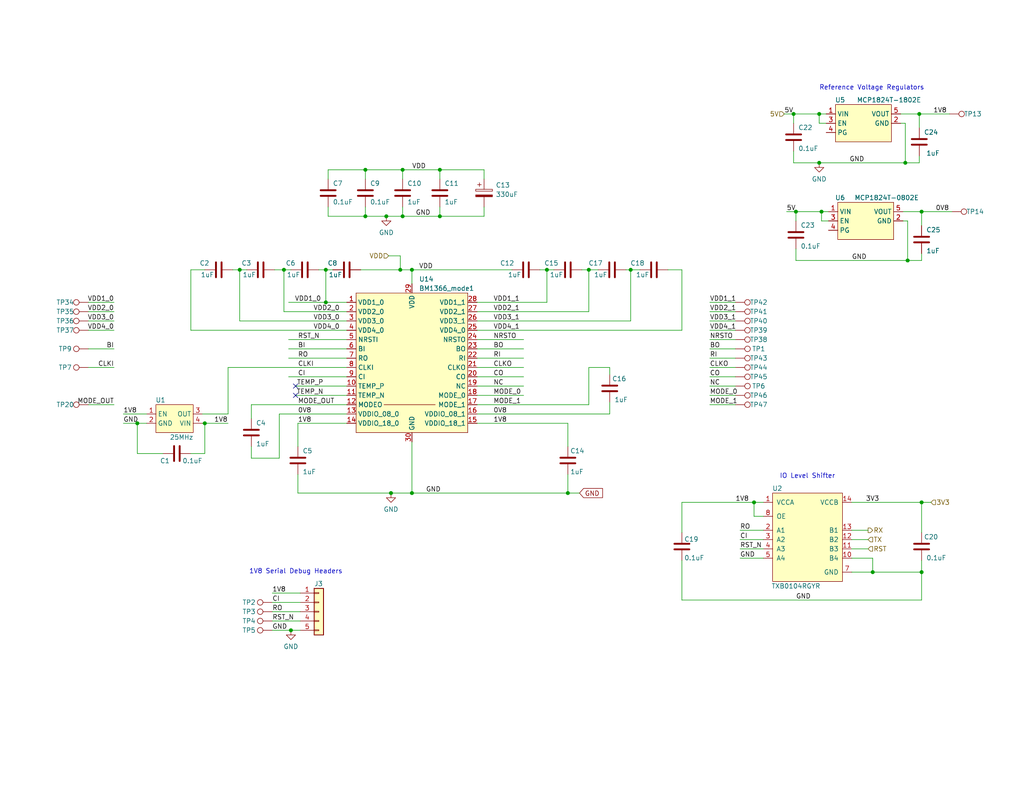
<source format=kicad_sch>
(kicad_sch (version 20230121) (generator eeschema)
  (paper "A")
  (title_block (title "le bitaxeUltra") (date "2023-07-10") (rev "0"))
  (lib_symbols
    (symbol "Connector:TestPoint" (pin_numbers hide) (pin_names (offset 0.762) hide)
      (property "Reference" "TP" (at 0 6.858 0))
      (property "Value" "TestPoint" (at 0 5.08 0))
      (symbol "TestPoint_0_1"
        (circle (center 0 3.302) (radius 0.762))
      )
      (symbol "TestPoint_1_1"
        (pin passive line (at 0 0 90) (length 2.54) (name "1") (number "1"))
      )
    )
    (symbol "Connector_Generic:Conn_01x05" (pin_names (offset 1.016) hide)
      (property "Reference" "J" (at 0 7.62 0))
      (property "Value" "Conn_01x05" (at 0 -7.62 0))
      (symbol "Conn_01x05_1_1"
        (rectangle (start -1.27 -4.953) (end 0 -5.207) (stroke (width 0.1524)))
        (rectangle (start -1.27 -2.413) (end 0 -2.667) (stroke (width 0.1524)))
        (rectangle (start -1.27 0.127) (end 0 -0.127) (stroke (width 0.1524)))
        (rectangle (start -1.27 2.667) (end 0 2.413) (stroke (width 0.1524)))
        (rectangle (start -1.27 5.207) (end 0 4.953) (stroke (width 0.1524)))
        (rectangle (start -1.27 6.35) (end 1.27 -6.35) (stroke (width 0.254)) (fill (type background)))
        (pin passive line (at -5.08 5.08 0) (length 3.81) (name "Pin_1") (number "1"))
        (pin passive line (at -5.08 2.54 0) (length 3.81) (name "Pin_2") (number "2"))
        (pin passive line (at -5.08 0 0) (length 3.81) (name "Pin_3") (number "3"))
        (pin passive line (at -5.08 -2.54 0) (length 3.81) (name "Pin_4") (number "4"))
        (pin passive line (at -5.08 -5.08 0) (length 3.81) (name "Pin_5") (number "5"))
      )
    )
    (symbol "Device:C" (pin_numbers hide) (pin_names (offset 0.254))
      (property "Reference" "C" (at 0.635 2.54 0))
      (property "Value" "C" (at 0.635 -2.54 0))
      (symbol "C_0_1"
        (polyline (pts (xy -2.032 -0.762) (xy 2.032 -0.762)) (stroke (width 0.508)))
        (polyline (pts (xy -2.032 0.762) (xy 2.032 0.762)) (stroke (width 0.508)))
      )
      (symbol "C_1_1"
        (pin passive line (at 0 3.81 270) (length 2.794) (name "~") (number "1"))
        (pin passive line (at 0 -3.81 90) (length 2.794) (name "~") (number "2"))
      )
    )
    (symbol "Device:C_Polarized" (pin_numbers hide) (pin_names (offset 0.254))
      (property "Reference" "C" (at 0.635 2.54 0))
      (property "Value" "C_Polarized" (at 0.635 -2.54 0))
      (symbol "C_Polarized_0_1"
        (rectangle (start -2.286 0.508) (end 2.286 1.016))
        (polyline (pts (xy -1.778 2.286) (xy -0.762 2.286)))
        (polyline (pts (xy -1.27 2.794) (xy -1.27 1.778)))
        (rectangle (start 2.286 -0.508) (end -2.286 -1.016) (fill (type outline)))
      )
      (symbol "C_Polarized_1_1"
        (pin passive line (at 0 3.81 270) (length 2.794) (name "~") (number "1"))
        (pin passive line (at 0 -3.81 90) (length 2.794) (name "~") (number "2"))
      )
    )
    (symbol "MCP1824_1"
      (property "Reference" "U" (at -7.62 5.08 0))
      (property "Value" "MCP1824_1" (at 5.08 5.08 0))
      (symbol "MCP1824_1_0_1"
        (rectangle (start -7.62 3.81) (end 7.62 -6.35) (stroke (width 0.1524)) (fill (type background)))
      )
      (symbol "MCP1824_1_1_0"
        (pin bidirectional line (at -10.16 1.27 0) (length 2.54) (name "VIN") (number "1"))
        (pin bidirectional line (at 10.16 -1.27 180) (length 2.54) (name "GND") (number "2"))
        (pin bidirectional line (at -10.16 -1.27 0) (length 2.54) (name "EN") (number "3"))
        (pin bidirectional line (at -10.16 -3.81 0) (length 2.54) (name "PG") (number "4"))
        (pin bidirectional line (at 10.16 1.27 180) (length 2.54) (name "VOUT") (number "5"))
      )
    )
    (symbol "bitaxe:BM1366_mode1"
      (property "Reference" "U14" (at 1.9559 24.13 0))
      (property "Value" "BM1366_mode1" (at 1.9559 21.59 0))
      (symbol "BM1366_mode1_0_1"
        (rectangle (start -15.24 20.32) (end 15.24 -17.78) (fill (type background)))
        (polyline (pts (xy -7.62 -10.16) (xy 6.35 -10.16)))
      )
      (symbol "BM1366_mode1_1_1"
        (pin input line (at -17.78 17.78 0) (length 2.54) (name "VDD1_0") (number "1"))
        (pin input line (at -17.78 -5.08 0) (length 2.54) (name "TEMP_P") (number "10"))
        (pin input line (at -17.78 -7.62 0) (length 2.54) (name "TEMP_N") (number "11"))
        (pin input line (at -17.78 -10.16 0) (length 2.54) (name "MODEO") (number "12"))
        (pin input line (at -17.78 -12.7 0) (length 2.54) (name "VDDIO_08_0") (number "13"))
        (pin input line (at -17.78 -15.24 0) (length 2.54) (name "VDDIO_18_0") (number "14"))
        (pin input line (at 17.78 -15.24 180) (length 2.54) (name "VDDIO_18_1") (number "15"))
        (pin input line (at 17.78 -12.7 180) (length 2.54) (name "VDDIO_08_1") (number "16"))
        (pin input line (at 17.78 -10.16 180) (length 2.54) (name "MODE_1") (number "17"))
        (pin input line (at 17.78 -7.62 180) (length 2.54) (name "MODE_0") (number "18"))
        (pin input line (at 17.78 -5.08 180) (length 2.54) (name "NC") (number "19"))
        (pin input line (at -17.78 15.24 0) (length 2.54) (name "VDD2_0") (number "2"))
        (pin input line (at 17.78 -2.54 180) (length 2.54) (name "CO") (number "20"))
        (pin input line (at 17.78 0 180) (length 2.54) (name "CLKO") (number "21"))
        (pin input line (at 17.78 2.54 180) (length 2.54) (name "RI") (number "22"))
        (pin input line (at 17.78 5.08 180) (length 2.54) (name "BO") (number "23"))
        (pin input line (at 17.78 7.62 180) (length 2.54) (name "NRSTO") (number "24"))
        (pin input line (at 17.78 10.16 180) (length 2.54) (name "VDD4_0") (number "25"))
        (pin input line (at 17.78 12.7 180) (length 2.54) (name "VDD3_1") (number "26"))
        (pin input line (at 17.78 15.24 180) (length 2.54) (name "VDD2_1") (number "27"))
        (pin input line (at 17.78 17.78 180) (length 2.54) (name "VDD1_1") (number "28"))
        (pin input line (at 0 22.86 270) (length 2.54) (name "VDD") (number "29"))
        (pin input line (at -17.78 12.7 0) (length 2.54) (name "VDD3_0") (number "3"))
        (pin input line (at 0 -20.32 90) (length 2.54) (name "GND") (number "30"))
        (pin input line (at -17.78 10.16 0) (length 2.54) (name "VDD4_0") (number "4"))
        (pin input line (at -17.78 7.62 0) (length 2.54) (name "NRSTI") (number "5"))
        (pin input line (at -17.78 5.08 0) (length 2.54) (name "BI") (number "6"))
        (pin input line (at -17.78 2.54 0) (length 2.54) (name "RO") (number "7"))
        (pin input line (at -17.78 0 0) (length 2.54) (name "CLKI") (number "8"))
        (pin input line (at -17.78 -2.54 0) (length 2.54) (name "CI") (number "9"))
      )
    )
    (symbol "bitaxe:MCP1824"
      (property "Reference" "U" (at -7.62 5.08 0))
      (property "Value" "MCP1824" (at 5.08 5.08 0))
      (symbol "MCP1824_0_1"
        (rectangle (start -7.62 3.81) (end 7.62 -6.35) (stroke (width 0.1524)) (fill (type background)))
      )
      (symbol "MCP1824_1_0"
        (pin bidirectional line (at -10.16 1.27 0) (length 2.54) (name "VIN") (number "1"))
        (pin bidirectional line (at 10.16 -1.27 180) (length 2.54) (name "GND") (number "2"))
        (pin bidirectional line (at -10.16 -1.27 0) (length 2.54) (name "EN") (number "3"))
        (pin bidirectional line (at -10.16 -3.81 0) (length 2.54) (name "PG") (number "4"))
        (pin bidirectional line (at 10.16 1.27 180) (length 2.54) (name "VOUT") (number "5"))
      )
    )
    (symbol "bitaxe:TXB0104RGYR" (pin_names (offset 1.016))
      (property "Reference" "U" (at -8.89 12.7 0))
      (property "Value" "TXB0104RGYR" (at -8.89 -11.43 0))
      (symbol "TXB0104RGYR_0_0"
        (rectangle (start -8.89 12.7) (end 10.16 -11.43) (stroke (width 0.1524)) (fill (type background)))
        (pin power_in line (at -11.43 10.16 0) (length 2.54) (name "VCCA") (number "1"))
        (pin bidirectional line (at 12.7 -5.08 180) (length 2.54) (name "B4") (number "10"))
        (pin bidirectional line (at 12.7 -2.54 180) (length 2.54) (name "B3") (number "11"))
        (pin bidirectional line (at 12.7 0 180) (length 2.54) (name "B2") (number "12"))
        (pin bidirectional line (at 12.7 2.54 180) (length 2.54) (name "B1") (number "13"))
        (pin power_in line (at 12.7 10.16 180) (length 2.54) (name "VCCB") (number "14"))
        (pin passive line (at 12.7 -8.89 180) (length 2.54) hide (name "GND") (number "15"))
        (pin passive line (at 12.7 -8.89 180) (length 2.54) hide (name "GND") (number "16"))
        (pin passive line (at 12.7 -8.89 180) (length 2.54) hide (name "GND") (number "17"))
        (pin passive line (at 12.7 -8.89 180) (length 2.54) hide (name "GND") (number "18"))
        (pin passive line (at 12.7 -8.89 180) (length 2.54) hide (name "GND") (number "19"))
        (pin bidirectional line (at -11.43 2.54 0) (length 2.54) (name "A1") (number "2"))
        (pin bidirectional line (at -11.43 0 0) (length 2.54) (name "A2") (number "3"))
        (pin bidirectional line (at -11.43 -2.54 0) (length 2.54) (name "A3") (number "4"))
        (pin bidirectional line (at -11.43 -5.08 0) (length 2.54) (name "A4") (number "5"))
        (pin power_in line (at 12.7 -8.89 180) (length 2.54) (name "GND") (number "7"))
        (pin input line (at -11.43 6.35 0) (length 2.54) (name "OE") (number "8"))
      )
    )
    (symbol "bitaxe:oscillator"
      (property "Reference" "U" (at -3.81 5.08 0))
      (property "Value" "oscillator" (at 0 -5.08 0))
      (symbol "oscillator_0_1"
        (rectangle (start -5.08 3.81) (end 5.08 -3.81) (stroke (width 0.1524)) (fill (type background)))
      )
      (symbol "oscillator_1_0"
        (pin bidirectional line (at -7.62 1.27 0) (length 2.54) (name "EN") (number "1"))
        (pin bidirectional line (at -7.62 -1.27 0) (length 2.54) (name "GND") (number "2"))
        (pin bidirectional line (at 7.62 1.27 180) (length 2.54) (name "OUT") (number "3"))
        (pin bidirectional line (at 7.62 -1.27 180) (length 2.54) (name "VIN") (number "4"))
      )
    )
    (symbol "power:GND" (power) (pin_names (offset 0))
      (property "Value" "GND" (at 0 -3.81 0))
      (symbol "GND_0_1"
        (polyline (pts (xy 0 0) (xy 0 -1.27) (xy 1.27 -1.27) (xy 0 -2.54) (xy -1.27 -1.27) (xy 0 -1.27)))
      )
      (symbol "GND_1_1"
        (pin power_in line (at 0 0 270) (length 0) hide (name "GND") (number "1"))
      )
    )
  )
  (junction (at 120.015 46.355))
  (junction (at 112.395 134.62))
  (junction (at 149.225 73.66))
  (junction (at 223.52 44.45))
  (junction (at 160.655 73.66))
  (junction (at 216.535 31.115) (diameter 0.9144))
  (junction (at 224.155 57.785))
  (junction (at 251.46 156.21))
  (junction (at 79.375 172.085))
  (junction (at 105.41 59.055))
  (junction (at 65.405 73.66))
  (junction (at 106.68 134.62))
  (junction (at 247.65 71.12) (diameter 0.9144))
  (junction (at 88.9 82.55))
  (junction (at 37.465 115.57))
  (junction (at 250.825 31.115) (diameter 0.9144))
  (junction (at 217.17 57.785) (diameter 0.9144))
  (junction (at 247.015 44.45) (diameter 0.9144))
  (junction (at 223.52 31.115))
  (junction (at 109.22 73.66))
  (junction (at 99.695 46.355) (diameter 0.9144))
  (junction (at 112.395 73.66))
  (junction (at 99.695 59.055) (diameter 0.9144))
  (junction (at 77.47 73.66))
  (junction (at 120.015 59.055))
  (junction (at 109.855 46.355) (diameter 0.9144))
  (junction (at 109.855 59.055) (diameter 0.9144))
  (junction (at 88.9 73.66))
  (junction (at 205.74 137.16))
  (junction (at 238.125 156.21))
  (junction (at 55.88 115.57))
  (junction (at 154.94 134.62))
  (junction (at 172.085 73.66))
  (junction (at 251.46 137.16))
  (junction (at 251.46 57.785) (diameter 0.9144))
  (no_connect (at 80.645 107.95))
  (no_connect (at 80.645 105.41))
  (wire (pts (xy 33.655 113.03) (xy 40.005 113.03)))
  (wire (pts (xy 132.08 48.895) (xy 132.08 46.355)))
  (wire (pts (xy 55.245 115.57) (xy 55.88 115.57)))
  (wire (pts (xy 24.13 85.09) (xy 31.115 85.09)))
  (wire (pts (xy 74.295 161.925) (xy 81.915 161.925)))
  (wire (pts (xy 24.13 87.63) (xy 31.115 87.63)))
  (wire (pts (xy 172.085 87.63) (xy 172.085 73.66)))
  (wire (pts (xy 74.295 172.085) (xy 79.375 172.085)))
  (wire (pts (xy 186.055 90.17) (xy 186.055 73.66)))
  (wire (pts (xy 160.655 85.09) (xy 160.655 73.66)))
  (wire (pts (xy 78.74 102.87) (xy 94.615 102.87)))
  (wire (pts (xy 193.675 100.33) (xy 200.66 100.33)))
  (wire (pts (xy 37.465 115.57) (xy 40.005 115.57)))
  (wire (pts (xy 80.645 105.41) (xy 94.615 105.41)))
  (wire (pts (xy 186.055 137.16) (xy 205.74 137.16)))
  (wire (pts (xy 238.125 152.4) (xy 238.125 156.21)))
  (wire (pts (xy 232.41 149.86) (xy 236.855 149.86)))
  (wire (pts (xy 105.41 59.055) (xy 99.695 59.055)))
  (wire (pts (xy 112.395 120.65) (xy 112.395 134.62)))
  (wire (pts (xy 78.74 95.25) (xy 94.615 95.25)))
  (wire (pts (xy 109.22 73.66) (xy 112.395 73.66)))
  (wire (pts (xy 112.395 134.62) (xy 154.94 134.62)))
  (wire (pts (xy 250.825 42.545) (xy 250.825 44.45)))
  (wire (pts (xy 247.015 33.655) (xy 245.745 33.655)))
  (wire (pts (xy 217.17 57.785) (xy 224.155 57.785)))
  (wire (pts (xy 193.675 105.41) (xy 200.66 105.41)))
  (wire (pts (xy 55.88 115.57) (xy 62.23 115.57)))
  (wire (pts (xy 193.675 85.09) (xy 200.66 85.09)))
  (wire (pts (xy 201.93 149.86) (xy 208.28 149.86)))
  (wire (pts (xy 33.655 115.57) (xy 37.465 115.57)))
  (wire (pts (xy 193.675 92.71) (xy 200.66 92.71)))
  (wire (pts (xy 130.175 92.71) (xy 142.875 92.71)))
  (wire (pts (xy 251.46 156.21) (xy 251.46 163.83)))
  (wire (pts (xy 130.175 82.55) (xy 149.225 82.55)))
  (wire (pts (xy 247.65 60.325) (xy 246.38 60.325)))
  (wire (pts (xy 55.88 123.825) (xy 55.88 115.57)))
  (wire (pts (xy 99.695 48.895) (xy 99.695 46.355)))
  (wire (pts (xy 250.825 44.45) (xy 247.015 44.45)))
  (wire (pts (xy 109.855 56.515) (xy 109.855 59.055)))
  (wire (pts (xy 79.375 172.085) (xy 81.915 172.085)))
  (wire (pts (xy 217.17 67.945) (xy 217.17 71.12)))
  (wire (pts (xy 130.175 110.49) (xy 160.655 110.49)))
  (wire (pts (xy 208.28 140.97) (xy 205.74 140.97)))
  (wire (pts (xy 81.28 115.57) (xy 94.615 115.57)))
  (wire (pts (xy 52.07 123.825) (xy 55.88 123.825)))
  (wire (pts (xy 232.41 152.4) (xy 238.125 152.4)))
  (wire (pts (xy 217.17 57.785) (xy 217.17 60.325)))
  (wire (pts (xy 193.675 110.49) (xy 200.66 110.49)))
  (wire (pts (xy 247.65 71.12) (xy 217.17 71.12)))
  (wire (pts (xy 147.32 73.66) (xy 149.225 73.66)))
  (wire (pts (xy 251.46 69.215) (xy 251.46 71.12)))
  (wire (pts (xy 201.93 144.78) (xy 208.28 144.78)))
  (wire (pts (xy 76.2 125.095) (xy 68.58 125.095)))
  (wire (pts (xy 109.855 48.895) (xy 109.855 46.355)))
  (wire (pts (xy 78.74 82.55) (xy 88.9 82.55)))
  (wire (pts (xy 251.46 57.785) (xy 259.715 57.785)))
  (wire (pts (xy 86.995 73.66) (xy 88.9 73.66)))
  (wire (pts (xy 193.675 95.25) (xy 200.66 95.25)))
  (wire (pts (xy 158.75 73.66) (xy 160.655 73.66)))
  (wire (pts (xy 251.46 71.12) (xy 247.65 71.12)))
  (wire (pts (xy 109.22 69.85) (xy 109.22 73.66)))
  (wire (pts (xy 166.37 109.855) (xy 166.37 113.03)))
  (wire (pts (xy 224.155 60.325) (xy 224.155 57.785)))
  (wire (pts (xy 216.535 41.275) (xy 216.535 44.45)))
  (wire (pts (xy 77.47 73.66) (xy 79.375 73.66)))
  (wire (pts (xy 166.37 102.235) (xy 166.37 100.33)))
  (wire (pts (xy 223.52 31.115) (xy 225.425 31.115)))
  (wire (pts (xy 65.405 87.63) (xy 65.405 73.66)))
  (wire (pts (xy 247.65 60.325) (xy 247.65 71.12)))
  (wire (pts (xy 120.015 59.055) (xy 109.855 59.055)))
  (wire (pts (xy 74.93 73.66) (xy 77.47 73.66)))
  (wire (pts (xy 76.2 113.03) (xy 76.2 125.095)))
  (wire (pts (xy 251.46 137.16) (xy 254 137.16)))
  (wire (pts (xy 251.46 137.16) (xy 251.46 145.415)))
  (wire (pts (xy 52.07 73.66) (xy 55.88 73.66)))
  (wire (pts (xy 149.225 73.66) (xy 151.13 73.66)))
  (wire (pts (xy 193.675 97.79) (xy 200.66 97.79)))
  (wire (pts (xy 232.41 147.32) (xy 236.855 147.32)))
  (wire (pts (xy 130.175 87.63) (xy 172.085 87.63)))
  (wire (pts (xy 223.52 33.655) (xy 225.425 33.655)))
  (wire (pts (xy 24.13 95.25) (xy 31.115 95.25)))
  (wire (pts (xy 232.41 156.21) (xy 238.125 156.21)))
  (wire (pts (xy 130.175 90.17) (xy 186.055 90.17)))
  (wire (pts (xy 24.13 82.55) (xy 31.115 82.55)))
  (wire (pts (xy 99.695 59.055) (xy 89.535 59.055)))
  (wire (pts (xy 139.7 73.66) (xy 112.395 73.66)))
  (wire (pts (xy 65.405 73.66) (xy 67.31 73.66)))
  (wire (pts (xy 224.155 57.785) (xy 226.06 57.785)))
  (wire (pts (xy 193.675 90.17) (xy 200.66 90.17)))
  (wire (pts (xy 98.425 73.66) (xy 109.22 73.66)))
  (wire (pts (xy 88.9 82.55) (xy 94.615 82.55)))
  (wire (pts (xy 76.2 113.03) (xy 94.615 113.03)))
  (wire (pts (xy 24.13 90.17) (xy 31.115 90.17)))
  (wire (pts (xy 89.535 56.515) (xy 89.535 59.055)))
  (wire (pts (xy 247.015 33.655) (xy 247.015 44.45)))
  (wire (pts (xy 109.855 59.055) (xy 105.41 59.055)))
  (wire (pts (xy 170.815 73.66) (xy 172.085 73.66)))
  (wire (pts (xy 109.855 46.355) (xy 120.015 46.355)))
  (wire (pts (xy 130.175 95.25) (xy 142.875 95.25)))
  (wire (pts (xy 63.5 73.66) (xy 65.405 73.66)))
  (wire (pts (xy 232.41 144.78) (xy 236.855 144.78)))
  (wire (pts (xy 246.38 57.785) (xy 251.46 57.785)))
  (wire (pts (xy 130.175 100.33) (xy 142.875 100.33)))
  (wire (pts (xy 120.015 48.895) (xy 120.015 46.355)))
  (wire (pts (xy 106.045 69.85) (xy 109.22 69.85)))
  (wire (pts (xy 77.47 85.09) (xy 77.47 73.66)))
  (wire (pts (xy 78.74 92.71) (xy 94.615 92.71)))
  (wire (pts (xy 166.37 100.33) (xy 160.655 100.33)))
  (wire (pts (xy 238.125 156.21) (xy 251.46 156.21)))
  (wire (pts (xy 216.535 31.115) (xy 223.52 31.115)))
  (wire (pts (xy 213.995 31.115) (xy 216.535 31.115)))
  (wire (pts (xy 216.535 31.115) (xy 216.535 33.655)))
  (wire (pts (xy 154.94 129.54) (xy 154.94 134.62)))
  (wire (pts (xy 224.155 60.325) (xy 226.06 60.325)))
  (wire (pts (xy 81.28 129.54) (xy 81.28 134.62)))
  (wire (pts (xy 68.58 125.095) (xy 68.58 121.92)))
  (wire (pts (xy 24.13 100.33) (xy 31.115 100.33)))
  (wire (pts (xy 214.63 57.785) (xy 217.17 57.785)))
  (wire (pts (xy 130.175 113.03) (xy 166.37 113.03)))
  (wire (pts (xy 193.675 87.63) (xy 200.66 87.63)))
  (wire (pts (xy 55.245 113.03) (xy 62.23 113.03)))
  (wire (pts (xy 245.745 31.115) (xy 250.825 31.115)))
  (wire (pts (xy 149.225 82.55) (xy 149.225 73.66)))
  (wire (pts (xy 130.175 115.57) (xy 154.94 115.57)))
  (wire (pts (xy 251.46 153.035) (xy 251.46 156.21)))
  (wire (pts (xy 99.695 56.515) (xy 99.695 59.055)))
  (wire (pts (xy 130.175 85.09) (xy 160.655 85.09)))
  (wire (pts (xy 80.645 107.95) (xy 94.615 107.95)))
  (wire (pts (xy 201.93 152.4) (xy 208.28 152.4)))
  (wire (pts (xy 186.055 153.035) (xy 186.055 163.83)))
  (wire (pts (xy 193.675 107.95) (xy 200.66 107.95)))
  (wire (pts (xy 160.655 73.66) (xy 163.195 73.66)))
  (wire (pts (xy 112.395 73.66) (xy 112.395 77.47)))
  (wire (pts (xy 186.055 73.66) (xy 182.245 73.66)))
  (wire (pts (xy 65.405 87.63) (xy 94.615 87.63)))
  (wire (pts (xy 62.23 100.33) (xy 94.615 100.33)))
  (wire (pts (xy 154.94 115.57) (xy 154.94 121.92)))
  (wire (pts (xy 78.74 97.79) (xy 94.615 97.79)))
  (wire (pts (xy 130.175 105.41) (xy 142.875 105.41)))
  (wire (pts (xy 89.535 46.355) (xy 99.695 46.355)))
  (wire (pts (xy 250.825 31.115) (xy 250.825 34.925)))
  (wire (pts (xy 81.28 115.57) (xy 81.28 121.92)))
  (wire (pts (xy 223.52 44.45) (xy 216.535 44.45)))
  (wire (pts (xy 130.175 97.79) (xy 142.875 97.79)))
  (wire (pts (xy 130.175 107.95) (xy 142.875 107.95)))
  (wire (pts (xy 77.47 85.09) (xy 94.615 85.09)))
  (wire (pts (xy 68.58 110.49) (xy 68.58 114.3)))
  (wire (pts (xy 172.085 73.66) (xy 174.625 73.66)))
  (wire (pts (xy 251.46 57.785) (xy 251.46 61.595)))
  (wire (pts (xy 120.015 46.355) (xy 132.08 46.355)))
  (wire (pts (xy 250.825 31.115) (xy 259.08 31.115)))
  (wire (pts (xy 186.055 145.415) (xy 186.055 137.16)))
  (wire (pts (xy 74.295 167.005) (xy 81.915 167.005)))
  (wire (pts (xy 223.52 33.655) (xy 223.52 31.115)))
  (wire (pts (xy 99.695 46.355) (xy 109.855 46.355)))
  (wire (pts (xy 154.94 134.62) (xy 158.115 134.62)))
  (wire (pts (xy 232.41 137.16) (xy 251.46 137.16)))
  (wire (pts (xy 132.08 56.515) (xy 132.08 59.055)))
  (wire (pts (xy 44.45 123.825) (xy 37.465 123.825)))
  (wire (pts (xy 24.13 110.49) (xy 31.115 110.49)))
  (wire (pts (xy 193.675 102.87) (xy 200.66 102.87)))
  (wire (pts (xy 120.015 56.515) (xy 120.015 59.055)))
  (wire (pts (xy 89.535 48.895) (xy 89.535 46.355)))
  (wire (pts (xy 88.9 73.66) (xy 90.805 73.66)))
  (wire (pts (xy 94.615 90.17) (xy 52.07 90.17)))
  (wire (pts (xy 205.74 140.97) (xy 205.74 137.16)))
  (wire (pts (xy 94.615 110.49) (xy 68.58 110.49)))
  (wire (pts (xy 81.28 134.62) (xy 106.68 134.62)))
  (wire (pts (xy 193.675 82.55) (xy 200.66 82.55)))
  (wire (pts (xy 74.295 164.465) (xy 81.915 164.465)))
  (wire (pts (xy 88.9 73.66) (xy 88.9 82.55)))
  (wire (pts (xy 205.74 137.16) (xy 208.28 137.16)))
  (wire (pts (xy 74.295 169.545) (xy 81.915 169.545)))
  (wire (pts (xy 201.93 147.32) (xy 208.28 147.32)))
  (wire (pts (xy 186.055 163.83) (xy 251.46 163.83)))
  (wire (pts (xy 37.465 123.825) (xy 37.465 115.57)))
  (wire (pts (xy 120.015 59.055) (xy 132.08 59.055)))
  (wire (pts (xy 130.175 102.87) (xy 142.875 102.87)))
  (wire (pts (xy 62.23 100.33) (xy 62.23 113.03)))
  (wire (pts (xy 52.07 90.17) (xy 52.07 73.66)))
  (wire (pts (xy 106.68 134.62) (xy 112.395 134.62)))
  (wire (pts (xy 160.655 100.33) (xy 160.655 110.49)))
  (wire (pts (xy 247.015 44.45) (xy 223.52 44.45)))
  (text "1V8 Serial Debug Headers" (at 67.945 156.845 0) (effects (font (size 1.27 1.27)) (justify left bottom)))
  (text "Reference Voltage Regulators" (at 223.52 24.765 0) (effects (font (size 1.27 1.27)) (justify left bottom)))
  (text "IO Level Shifter" (at 212.725 130.81 0) (effects (font (size 1.27 1.27)) (justify left bottom)))
  (label "VDD1_0" (at 87.63 82.55 180))
  (label "GND" (at 231.775 44.45 0))
  (label "NRSTO" (at 134.62 92.71 0))
  (label "BO" (at 134.62 95.25 0))
  (label "NC" (at 134.62 105.41 0))
  (label "GND" (at 74.295 172.085 0))
  (label "VDD1_1" (at 193.675 82.55 0))
  (label "CLKO" (at 193.675 100.33 0))
  (label "1V8" (at 254.635 31.115 0))
  (label "CO" (at 193.675 102.87 0))
  (label "VDD2_1" (at 134.62 85.09 0))
  (label "TEMP_P" (at 88.265 105.41 180))
  (label "VDD4_0" (at 92.71 90.17 180))
  (label "VDD2_1" (at 193.675 85.09 0))
  (label "RI" (at 193.675 97.79 0))
  (label "CI" (at 74.295 164.465 0))
  (label "GND" (at 116.205 134.62 0))
  (label "0V8" (at 134.62 113.03 0))
  (label "1V8" (at 134.62 115.57 0))
  (label "5V" (at 214.63 57.785 0))
  (label "RO" (at 201.93 144.78 0))
  (label "1V8" (at 33.655 113.03 0))
  (label "MODE_OUT" (at 81.28 110.49 0))
  (label "MODE_OUT" (at 31.115 110.49 180))
  (label "VDD" (at 114.3 73.66 0))
  (label "RST_N" (at 74.295 169.545 0))
  (label "0V8" (at 255.27 57.785 0))
  (label "BI" (at 31.115 95.25 180))
  (label "VDD3_1" (at 193.675 87.63 0))
  (label "CLKO" (at 134.62 100.33 0))
  (label "GND" (at 33.655 115.57 0))
  (label "RO" (at 74.295 167.005 0))
  (label "VDD4_1" (at 193.675 90.17 0))
  (label "MODE_0" (at 134.62 107.95 0))
  (label "VDD3_0" (at 92.71 87.63 180))
  (label "5V" (at 213.995 31.115 0))
  (label "VDD" (at 112.395 46.355 0))
  (label "RO" (at 81.28 97.79 0))
  (label "VDD1_1" (at 134.62 82.55 0))
  (label "BO" (at 193.675 95.25 0))
  (label "1V8" (at 200.66 137.16 0))
  (label "CLKI" (at 81.28 100.33 0))
  (label "CO" (at 134.62 102.87 0))
  (label "RST_N" (at 81.28 92.71 0))
  (label "VDD3_0" (at 31.115 87.63 180))
  (label "1V8" (at 81.28 115.57 0))
  (label "GND" (at 232.41 71.12 0))
  (label "GND" (at 201.93 152.4 0))
  (label "CLKI" (at 31.115 100.33 180))
  (label "NRSTO" (at 193.675 92.71 0))
  (label "RI" (at 134.62 97.79 0))
  (label "VDD1_0" (at 31.115 82.55 180))
  (label "MODE_0" (at 193.675 107.95 0))
  (label "VDD2_0" (at 92.71 85.09 180))
  (label "VDD4_0" (at 31.115 90.17 180))
  (label "BI" (at 81.28 95.25 0))
  (label "GND" (at 217.17 163.83 0))
  (label "VDD2_0" (at 31.115 85.09 180))
  (label "CI" (at 201.93 147.32 0))
  (label "CI" (at 81.28 102.87 0))
  (label "MODE_1" (at 193.675 110.49 0))
  (label "VDD4_1" (at 134.62 90.17 0))
  (label "MODE_1" (at 134.62 110.49 0))
  (label "VDD3_1" (at 134.62 87.63 0))
  (label "1V8" (at 58.42 115.57 0))
  (label "0V8" (at 81.28 113.03 0))
  (label "GND" (at 117.475 59.055 180))
  (label "NC" (at 193.675 105.41 0))
  (label "1V8" (at 74.295 161.925 0))
  (label "TEMP_N" (at 88.265 107.95 180))
  (label "RST_N" (at 201.93 149.86 0))
  (label "3V3" (at 236.22 137.16 0))
  (global_label "GND" (shape input) (at 158.115 134.62 0) (property "Intersheetrefs" "${INTERSHEET_REFS}" (effects hide)))
  (hierarchical_label "RST" (shape input) (at 236.855 149.86 0))
  (hierarchical_label "5V" (shape input) (at 213.995 31.115 180))
  (hierarchical_label "3V3" (shape input) (at 254 137.16 0))
  (hierarchical_label "TX" (shape input) (at 236.855 147.32 0))
  (hierarchical_label "VDD" (shape input) (at 106.045 69.85 180))
  (hierarchical_label "RX" (shape output) (at 236.855 144.78 0))
  (symbol (lib_id "Connector:TestPoint") (at 24.13 87.63 90) (unit 1) (in_bom no)
    (property "Reference" "TP36" (at 17.78 87.63 90))
    (property "Value" "TestPoint" (effects hide))
    (property "Footprint" "TestPoint:TestPoint_Pad_D1.5mm" (effects hide))
  )
  (symbol (lib_id "Device:C") (at 250.825 38.735 0) (unit 1)
    (property "Reference" "C24" (at 252.095 36.83 0) (effects (justify left bottom)))
    (property "Value" "1uF" (at 252.73 42.545 0) (effects (justify left bottom)))
    (property "Footprint" "Capacitor_SMD:C_0402_1005Metric" (effects hide))
    (property "DK" "587-5514-1-ND" (effects hide))
    (property "PARTNO" "EMK105BJ105MV-F" (effects hide))
  )
  (symbol (lib_id "Device:C") (at 216.535 37.465 0) (unit 1)
    (property "Reference" "C22" (at 217.805 35.56 0) (effects (justify left bottom)))
    (property "Value" "0.1uF" (at 217.805 41.275 0) (effects (justify left bottom)))
    (property "Footprint" "Capacitor_SMD:C_0402_1005Metric" (effects hide))
    (property "DK" "1292-1639-1-ND" (effects hide))
    (property "PARTNO" "0402X104K100CT" (effects hide))
  )
  (symbol (lib_id "Connector:TestPoint") (at 74.295 169.545 90) (mirror x) (unit 1) (in_bom no)
    (property "Reference" "TP4" (at 67.945 169.545 90))
    (property "Value" "TestPoint" (effects hide))
    (property "Footprint" "TestPoint:TestPoint_Pad_D1.5mm" (effects hide))
  )
  (symbol (lib_id "Device:C") (at 89.535 52.705 0) (unit 1)
    (property "Reference" "C7" (at 90.805 50.8 0) (effects (justify left bottom)))
    (property "Value" "0.1uF" (at 90.805 55.88 0) (effects (justify left bottom)))
    (property "Footprint" "Capacitor_SMD:C_0402_1005Metric" (effects hide))
    (property "DK" "1292-1639-1-ND" (effects hide))
    (property "PARTNO" "0402X104K100CT" (effects hide))
  )
  (symbol (lib_id "Connector:TestPoint") (at 200.66 102.87 270) (unit 1) (in_bom no)
    (property "Reference" "TP45" (at 207.01 102.87 90))
    (property "Value" "TestPoint" (effects hide))
    (property "Footprint" "TestPoint:TestPoint_Pad_D1.5mm" (effects hide))
  )
  (symbol (lib_id "Device:C") (at 178.435 73.66 90) (unit 1)
    (property "Reference" "C18" (at 175.895 71.12 90) (effects (justify left bottom)))
    (property "Value" "1uF" (at 177.165 74.295 90) (effects (justify left bottom)))
    (property "Footprint" "Capacitor_SMD:C_0402_1005Metric" (effects hide))
    (property "DK" "587-5514-1-ND" (effects hide))
    (property "PARTNO" "EMK105BJ105MV-F" (effects hide))
  )
  (symbol (lib_id "power:GND") (at 106.68 134.62 0) (mirror y) (unit 1)
    (property "Reference" "#PWR02" (effects hide))
    (property "Value" "GND" (at 106.68 139.065 0))
  )
  (symbol (lib_id "Connector:TestPoint") (at 24.13 85.09 90) (unit 1) (in_bom no)
    (property "Reference" "TP35" (at 17.78 85.09 90))
    (property "Value" "TestPoint" (effects hide))
    (property "Footprint" "TestPoint:TestPoint_Pad_D1.5mm" (effects hide))
  )
  (symbol (lib_id "Connector:TestPoint") (at 24.13 95.25 90) (unit 1) (in_bom no)
    (property "Reference" "TP9" (at 17.78 95.25 90))
    (property "Value" "TestPoint" (effects hide))
    (property "Footprint" "TestPoint:TestPoint_Pad_D1.5mm" (effects hide))
  )
  (symbol (lib_id "Device:C") (at 167.005 73.66 90) (unit 1)
    (property "Reference" "C17" (at 164.465 71.12 90) (effects (justify left bottom)))
    (property "Value" "1uF" (at 165.735 74.295 90) (effects (justify left bottom)))
    (property "Footprint" "Capacitor_SMD:C_0402_1005Metric" (effects hide))
    (property "DK" "587-5514-1-ND" (effects hide))
    (property "PARTNO" "EMK105BJ105MV-F" (effects hide))
  )
  (symbol (lib_id "Connector:TestPoint") (at 24.13 90.17 90) (unit 1) (in_bom no)
    (property "Reference" "TP37" (at 17.78 90.17 90))
    (property "Value" "TestPoint" (effects hide))
    (property "Footprint" "TestPoint:TestPoint_Pad_D1.5mm" (effects hide))
  )
  (symbol (lib_id "Connector:TestPoint") (at 24.13 110.49 90) (unit 1) (in_bom no)
    (property "Reference" "TP20" (at 17.78 110.49 90))
    (property "Value" "TestPoint" (effects hide))
    (property "Footprint" "TestPoint:TestPoint_Pad_D1.5mm" (effects hide))
  )
  (symbol (lib_id "Connector:TestPoint") (at 74.295 167.005 90) (unit 1) (in_bom no)
    (property "Reference" "TP3" (at 67.945 167.005 90))
    (property "Value" "TestPoint" (effects hide))
    (property "Footprint" "TestPoint:TestPoint_Pad_D1.5mm" (effects hide))
  )
  (symbol (lib_id "Connector_Generic:Conn_01x05") (at 86.995 167.005 0) (unit 1)
    (property "Reference" "J3" (at 85.725 159.385 0) (effects (justify left)))
    (property "Value" "Conn_01x05" (effects hide))
    (property "Footprint" "Connector_PinHeader_2.54mm:PinHeader_1x05_P2.54mm_Vertical" (effects hide))
  )
  (symbol (lib_id "Connector:TestPoint") (at 200.66 87.63 270) (unit 1) (in_bom no)
    (property "Reference" "TP40" (at 207.01 87.63 90))
    (property "Value" "TestPoint" (effects hide))
    (property "Footprint" "TestPoint:TestPoint_Pad_D1.5mm" (effects hide))
  )
  (symbol (lib_id "Device:C") (at 251.46 149.225 0) (unit 1)
    (property "Reference" "C20" (at 252.095 147.32 0) (effects (justify left bottom)))
    (property "Value" "0.1uF" (at 252.73 153.035 0) (effects (justify left bottom)))
    (property "Footprint" "Capacitor_SMD:C_0402_1005Metric" (effects hide))
    (property "DK" "1292-1639-1-ND" (effects hide))
    (property "PARTNO" "0402X104K100CT" (effects hide))
  )
  (symbol (lib_id "bitaxe:oscillator") (at 47.625 114.3 0) (unit 1)
    (property "Reference" "U1" (at 43.815 109.22 0))
    (property "Value" "25MHz" (at 49.53 119.38 0))
    (property "Footprint" "bitaxe:O 25,0-JO32-B-1V3-1-T1-LF" (effects hide))
    (property "Datasheet" "https://www.jauch.com/downloadfile/5ef1edcfb8e2f73163c8ce8009ef659d1/jo32-1.8-3.3v.pdf" (effects hide))
    (property "DK" "1908-O250-JO32-B-1V3-1-T1-LFCT-ND" (effects hide))
    (property "PARTNO" "O 25,0-JO32-B-1V3-1-T1-LF" (effects hide))
  )
  (symbol (lib_id "Device:C") (at 99.695 52.705 0) (unit 1)
    (property "Reference" "C9" (at 100.965 50.8 0) (effects (justify left bottom)))
    (property "Value" "0.1uF" (at 100.965 55.88 0) (effects (justify left bottom)))
    (property "Footprint" "Capacitor_SMD:C_0402_1005Metric" (effects hide))
    (property "DK" "1292-1639-1-ND" (effects hide))
    (property "PARTNO" "0402X104K100CT" (effects hide))
  )
  (symbol (lib_id "Connector:TestPoint") (at 200.66 110.49 270) (unit 1) (in_bom no)
    (property "Reference" "TP47" (at 207.01 110.49 90))
    (property "Value" "TestPoint" (effects hide))
    (property "Footprint" "TestPoint:TestPoint_Pad_D1.5mm" (effects hide))
  )
  (symbol (lib_id "Device:C") (at 186.055 149.225 0) (unit 1)
    (property "Reference" "C19" (at 186.69 147.955 0) (effects (justify left bottom)))
    (property "Value" "0.1uF" (at 186.69 153.035 0) (effects (justify left bottom)))
    (property "Footprint" "Capacitor_SMD:C_0402_1005Metric" (effects hide))
    (property "DK" "1292-1639-1-ND" (effects hide))
    (property "PARTNO" "0402X104K100CT" (effects hide))
  )
  (symbol (lib_id "Device:C_Polarized") (at 132.08 52.705 0) (unit 1)
    (property "Reference" "C13" (at 135.255 50.5459 0) (effects (justify left)))
    (property "Value" "330uF" (at 135.255 53.0859 0) (effects (justify left)))
    (property "Footprint" "Capacitor_Tantalum_SMD:CP_EIA-7343-31_Kemet-D_Pad2.25x2.55mm_HandSolder" (effects hide))
    (property "DK" "718-1028-1-ND" (effects hide))
    (property "PARTNO" "293D337X9010E2TE3" (effects hide))
  )
  (symbol (lib_id "Connector:TestPoint") (at 200.66 82.55 270) (unit 1) (in_bom no)
    (property "Reference" "TP42" (at 207.01 82.55 90))
    (property "Value" "TestPoint" (effects hide))
    (property "Footprint" "TestPoint:TestPoint_Pad_D1.5mm" (effects hide))
  )
  (symbol (lib_id "Connector:TestPoint") (at 200.66 97.79 270) (unit 1) (in_bom no)
    (property "Reference" "TP43" (at 207.01 97.79 90))
    (property "Value" "TestPoint" (effects hide))
    (property "Footprint" "TestPoint:TestPoint_Pad_D1.5mm" (effects hide))
  )
  (symbol (lib_id "Connector:TestPoint") (at 24.13 82.55 90) (unit 1) (in_bom no)
    (property "Reference" "TP34" (at 17.78 82.55 90))
    (property "Value" "TestPoint" (effects hide))
    (property "Footprint" "TestPoint:TestPoint_Pad_D1.5mm" (effects hide))
  )
  (symbol (lib_id "Device:C") (at 48.26 123.825 90) (unit 1)
    (property "Reference" "C1" (at 46.355 125.095 90) (effects (justify left bottom)))
    (property "Value" "0.1uF" (at 55.245 125.095 90) (effects (justify left bottom)))
    (property "Footprint" "Capacitor_SMD:C_0402_1005Metric" (effects hide))
    (property "DK" "1292-1639-1-ND" (effects hide))
    (property "PARTNO" "0402X104K100CT" (effects hide))
  )
  (symbol (lib_id "Connector:TestPoint") (at 259.715 57.785 270) (mirror x) (unit 1) (in_bom no)
    (property "Reference" "TP14" (at 266.065 57.785 90))
    (property "Value" "TestPoint" (effects hide))
    (property "Footprint" "TestPoint:TestPoint_Pad_D1.5mm" (effects hide))
  )
  (symbol (lib_id "Connector:TestPoint") (at 200.66 90.17 270) (unit 1) (in_bom no)
    (property "Reference" "TP39" (at 207.01 90.17 90))
    (property "Value" "TestPoint" (effects hide))
    (property "Footprint" "TestPoint:TestPoint_Pad_D1.5mm" (effects hide))
  )
  (symbol (lib_id "Connector:TestPoint") (at 200.66 92.71 270) (unit 1) (in_bom no)
    (property "Reference" "TP38" (at 207.01 92.71 90))
    (property "Value" "TestPoint" (effects hide))
    (property "Footprint" "TestPoint:TestPoint_Pad_D1.5mm" (effects hide))
  )
  (symbol (lib_id "Device:C") (at 143.51 73.66 90) (unit 1)
    (property "Reference" "C12" (at 140.335 71.12 90) (effects (justify left bottom)))
    (property "Value" "1uF" (at 142.24 74.295 90) (effects (justify left bottom)))
    (property "Footprint" "Capacitor_SMD:C_0402_1005Metric" (effects hide))
    (property "DK" "587-5514-1-ND" (effects hide))
    (property "PARTNO" "EMK105BJ105MV-F" (effects hide))
  )
  (symbol (lib_id "Device:C") (at 109.855 52.705 0) (unit 1)
    (property "Reference" "C10" (at 111.125 50.8 0) (effects (justify left bottom)))
    (property "Value" "1uF" (at 111.125 55.88 0) (effects (justify left bottom)))
    (property "Footprint" "Capacitor_SMD:C_0402_1005Metric" (effects hide))
    (property "DK" "587-5514-1-ND" (effects hide))
    (property "PARTNO" "EMK105BJ105MV-F" (effects hide))
  )
  (symbol (lib_name "MCP1824_1") (lib_id "bitaxe:MCP1824") (at 236.22 59.055 0) (unit 1)
    (property "Reference" "U6" (at 229.235 53.975 0))
    (property "Value" "MCP1824T-0802E" (at 241.935 53.975 0))
    (property "Footprint" "Package_TO_SOT_SMD:SOT-23-5" (effects hide))
    (property "Datasheet" "https://ww1.microchip.com/downloads/en/DeviceDoc/22070a.pdf" (effects hide))
    (property "PARTNO" "MCP1824T-0802E/OT" (effects hide))
    (property "DK" "MCP1824T-0802E/OTCT-ND" (effects hide))
  )
  (symbol (lib_id "bitaxe:TXB0104RGYR") (at 219.71 147.32 0) (unit 1)
    (property "Reference" "U2" (at 212.09 133.35 0))
    (property "Value" "TXB0104RGYR" (at 217.17 160.02 0))
    (property "Footprint" "bitaxe:TXB0104" (effects hide))
    (property "Datasheet" "https://www.ti.com/lit/ds/symlink/txb0104.pdf?HQS=dis-dk-null-digikeymode-dsf-pf-null-wwe&ts=1669420543825&ref_url=https%253A%252F%252Fwww.ti.com%252Fgeneral%252Fdocs%252Fsuppproductinfo.tsp%253FdistId%253D10%2526gotoUrl%253Dhttps%253A%252F%252Fwww.ti.com%252Flit%252Fgpn%252Ftxb0104" (effects hide))
    (property "DK" "296-21930-1-ND" (effects hide))
    (property "PARTNO" "TXB0104RGYR" (effects hide))
  )
  (symbol (lib_id "Connector:TestPoint") (at 74.295 164.465 90) (mirror x) (unit 1) (in_bom no)
    (property "Reference" "TP2" (at 67.945 164.465 90))
    (property "Value" "TestPoint" (effects hide))
    (property "Footprint" "TestPoint:TestPoint_Pad_D1.5mm" (effects hide))
  )
  (symbol (lib_id "Device:C") (at 71.12 73.66 90) (unit 1)
    (property "Reference" "C3" (at 68.58 71.12 90) (effects (justify left bottom)))
    (property "Value" "1uF" (at 69.85 74.295 90) (effects (justify left bottom)))
    (property "Footprint" "Capacitor_SMD:C_0402_1005Metric" (effects hide))
    (property "DK" "587-5514-1-ND" (effects hide))
    (property "PARTNO" "EMK105BJ105MV-F" (effects hide))
  )
  (symbol (lib_id "power:GND") (at 223.52 44.45 0) (mirror y) (unit 1)
    (property "Reference" "#PWR04" (effects hide))
    (property "Value" "GND" (at 223.52 48.895 0))
  )
  (symbol (lib_id "Device:C") (at 120.015 52.705 0) (unit 1)
    (property "Reference" "C11" (at 121.285 50.8 0) (effects (justify left bottom)))
    (property "Value" "1uF" (at 121.285 55.88 0) (effects (justify left bottom)))
    (property "Footprint" "Capacitor_SMD:C_0402_1005Metric" (effects hide))
    (property "DK" "587-5514-1-ND" (effects hide))
    (property "PARTNO" "EMK105BJ105MV-F" (effects hide))
  )
  (symbol (lib_id "Connector:TestPoint") (at 200.66 100.33 270) (unit 1) (in_bom no)
    (property "Reference" "TP44" (at 207.01 100.33 90))
    (property "Value" "TestPoint" (effects hide))
    (property "Footprint" "TestPoint:TestPoint_Pad_D1.5mm" (effects hide))
  )
  (symbol (lib_id "Device:C") (at 68.58 118.11 0) (unit 1)
    (property "Reference" "C4" (at 69.85 116.205 0) (effects (justify left bottom)))
    (property "Value" "1uF" (at 69.85 121.92 0) (effects (justify left bottom)))
    (property "Footprint" "Capacitor_SMD:C_0402_1005Metric" (effects hide))
    (property "DK" "587-5514-1-ND" (effects hide))
    (property "PARTNO" "EMK105BJ105MV-F" (effects hide))
  )
  (symbol (lib_id "Device:C") (at 154.94 125.73 0) (unit 1)
    (property "Reference" "C14" (at 155.575 123.825 0) (effects (justify left bottom)))
    (property "Value" "1uF" (at 155.575 129.54 0) (effects (justify left bottom)))
    (property "Footprint" "Capacitor_SMD:C_0402_1005Metric" (effects hide))
    (property "DK" "587-5514-1-ND" (effects hide))
    (property "PARTNO" "EMK105BJ105MV-F" (effects hide))
  )
  (symbol (lib_id "Device:C") (at 81.28 125.73 0) (unit 1)
    (property "Reference" "C5" (at 82.55 123.825 0) (effects (justify left bottom)))
    (property "Value" "1uF" (at 82.55 129.54 0) (effects (justify left bottom)))
    (property "Footprint" "Capacitor_SMD:C_0402_1005Metric" (effects hide))
    (property "DK" "587-5514-1-ND" (effects hide))
    (property "PARTNO" "EMK105BJ105MV-F" (effects hide))
  )
  (symbol (lib_id "Connector:TestPoint") (at 200.66 105.41 270) (unit 1) (in_bom no)
    (property "Reference" "TP6" (at 207.01 105.41 90))
    (property "Value" "TestPoint" (effects hide))
    (property "Footprint" "TestPoint:TestPoint_Pad_D1.5mm" (effects hide))
  )
  (symbol (lib_id "Connector:TestPoint") (at 200.66 95.25 270) (unit 1) (in_bom no)
    (property "Reference" "TP1" (at 207.01 95.25 90))
    (property "Value" "TestPoint" (effects hide))
    (property "Footprint" "TestPoint:TestPoint_Pad_D1.5mm" (effects hide))
  )
  (symbol (lib_id "bitaxe:BM1366_mode1") (at 112.395 100.33 0) (unit 1)
    (property "Reference" "U14" (at 114.3509 76.2 0) (effects (justify left)))
    (property "Value" "BM1366_mode1" (at 114.3509 78.74 0) (effects (justify left)))
    (property "Footprint" "bitaxe:BM1366" (effects hide))
  )
  (symbol (lib_id "Connector:TestPoint") (at 24.13 100.33 90) (unit 1) (in_bom no)
    (property "Reference" "TP7" (at 17.78 100.33 90))
    (property "Value" "TestPoint" (effects hide))
    (property "Footprint" "TestPoint:TestPoint_Pad_D1.5mm" (effects hide))
  )
  (symbol (lib_id "Connector:TestPoint") (at 200.66 85.09 270) (unit 1) (in_bom no)
    (property "Reference" "TP41" (at 207.01 85.09 90))
    (property "Value" "TestPoint" (effects hide))
    (property "Footprint" "TestPoint:TestPoint_Pad_D1.5mm" (effects hide))
  )
  (symbol (lib_id "Connector:TestPoint") (at 259.08 31.115 270) (mirror x) (unit 1) (in_bom no)
    (property "Reference" "TP13" (at 265.43 31.115 90))
    (property "Value" "TestPoint" (effects hide))
    (property "Footprint" "TestPoint:TestPoint_Pad_D1.5mm" (effects hide))
  )
  (symbol (lib_id "Connector:TestPoint") (at 200.66 107.95 270) (unit 1) (in_bom no)
    (property "Reference" "TP46" (at 207.01 107.95 90))
    (property "Value" "TestPoint" (effects hide))
    (property "Footprint" "TestPoint:TestPoint_Pad_D1.5mm" (effects hide))
  )
  (symbol (lib_id "bitaxe:MCP1824") (at 235.585 32.385 0) (unit 1)
    (property "Reference" "U5" (at 229.235 27.305 0))
    (property "Value" "MCP1824T-1802E" (at 242.57 27.305 0))
    (property "Footprint" "Package_TO_SOT_SMD:SOT-23-5" (effects hide))
    (property "Datasheet" "https://ww1.microchip.com/downloads/en/DeviceDoc/22070a.pdf" (effects hide))
    (property "PARTNO" "MCP1824T-1802E/OT" (effects hide))
    (property "DK" "MCP1824T-1802E/OTCT-ND" (effects hide))
  )
  (symbol (lib_id "power:GND") (at 105.41 59.055 0) (mirror y) (unit 1)
    (property "Reference" "#PWR01" (effects hide))
    (property "Value" "GND" (at 105.41 63.5 0))
  )
  (symbol (lib_id "Device:C") (at 217.17 64.135 0) (unit 1)
    (property "Reference" "C23" (at 218.44 62.23 0) (effects (justify left bottom)))
    (property "Value" "0.1uF" (at 218.44 67.945 0) (effects (justify left bottom)))
    (property "Footprint" "Capacitor_SMD:C_0402_1005Metric" (effects hide))
    (property "DK" "1292-1639-1-ND" (effects hide))
    (property "PARTNO" "0402X104K100CT" (effects hide))
  )
  (symbol (lib_id "Device:C") (at 166.37 106.045 0) (unit 1)
    (property "Reference" "C16" (at 167.005 104.14 0) (effects (justify left bottom)))
    (property "Value" "1uF" (at 167.64 109.855 0) (effects (justify left bottom)))
    (property "Footprint" "Capacitor_SMD:C_0402_1005Metric" (effects hide))
    (property "DK" "587-5514-1-ND" (effects hide))
    (property "PARTNO" "EMK105BJ105MV-F" (effects hide))
  )
  (symbol (lib_id "Device:C") (at 59.69 73.66 90) (unit 1)
    (property "Reference" "C2" (at 57.15 71.12 90) (effects (justify left bottom)))
    (property "Value" "1uF" (at 58.42 74.295 90) (effects (justify left bottom)))
    (property "Footprint" "Capacitor_SMD:C_0402_1005Metric" (effects hide))
    (property "DK" "587-5514-1-ND" (effects hide))
    (property "PARTNO" "EMK105BJ105MV-F" (effects hide))
  )
  (symbol (lib_id "Device:C") (at 94.615 73.66 90) (unit 1)
    (property "Reference" "C8" (at 92.075 71.12 90) (effects (justify left bottom)))
    (property "Value" "1uF" (at 93.345 74.295 90) (effects (justify left bottom)))
    (property "Footprint" "Capacitor_SMD:C_0402_1005Metric" (effects hide))
    (property "DK" "587-5514-1-ND" (effects hide))
    (property "PARTNO" "EMK105BJ105MV-F" (effects hide))
  )
  (symbol (lib_id "Device:C") (at 251.46 65.405 0) (unit 1)
    (property "Reference" "C25" (at 252.73 63.5 0) (effects (justify left bottom)))
    (property "Value" "1uF" (at 252.73 69.215 0) (effects (justify left bottom)))
    (property "Footprint" "Capacitor_SMD:C_0402_1005Metric" (effects hide))
    (property "DK" "587-5514-1-ND" (effects hide))
    (property "PARTNO" "EMK105BJ105MV-F" (effects hide))
  )
  (symbol (lib_id "Connector:TestPoint") (at 74.295 172.085 90) (mirror x) (unit 1) (in_bom no)
    (property "Reference" "TP5" (at 67.945 172.085 90))
    (property "Value" "TestPoint" (effects hide))
    (property "Footprint" "TestPoint:TestPoint_Pad_D1.5mm" (effects hide))
  )
  (symbol (lib_id "Device:C") (at 83.185 73.66 90) (unit 1)
    (property "Reference" "C6" (at 80.645 71.12 90) (effects (justify left bottom)))
    (property "Value" "1uF" (at 81.915 74.295 90) (effects (justify left bottom)))
    (property "Footprint" "Capacitor_SMD:C_0402_1005Metric" (effects hide))
    (property "DK" "587-5514-1-ND" (effects hide))
    (property "PARTNO" "EMK105BJ105MV-F" (effects hide))
  )
  (symbol (lib_id "power:GND") (at 79.375 172.085 0) (mirror y) (unit 1)
    (property "Reference" "#PWR03" (effects hide))
    (property "Value" "GND" (at 79.375 176.53 0))
  )
  (symbol (lib_id "Device:C") (at 154.94 73.66 90) (unit 1)
    (property "Reference" "C15" (at 152.4 71.12 90) (effects (justify left bottom)))
    (property "Value" "1uF" (at 153.67 74.295 90) (effects (justify left bottom)))
    (property "Footprint" "Capacitor_SMD:C_0402_1005Metric" (effects hide))
    (property "DK" "587-5514-1-ND" (effects hide))
    (property "PARTNO" "EMK105BJ105MV-F" (effects hide))
  )
)
</source>
